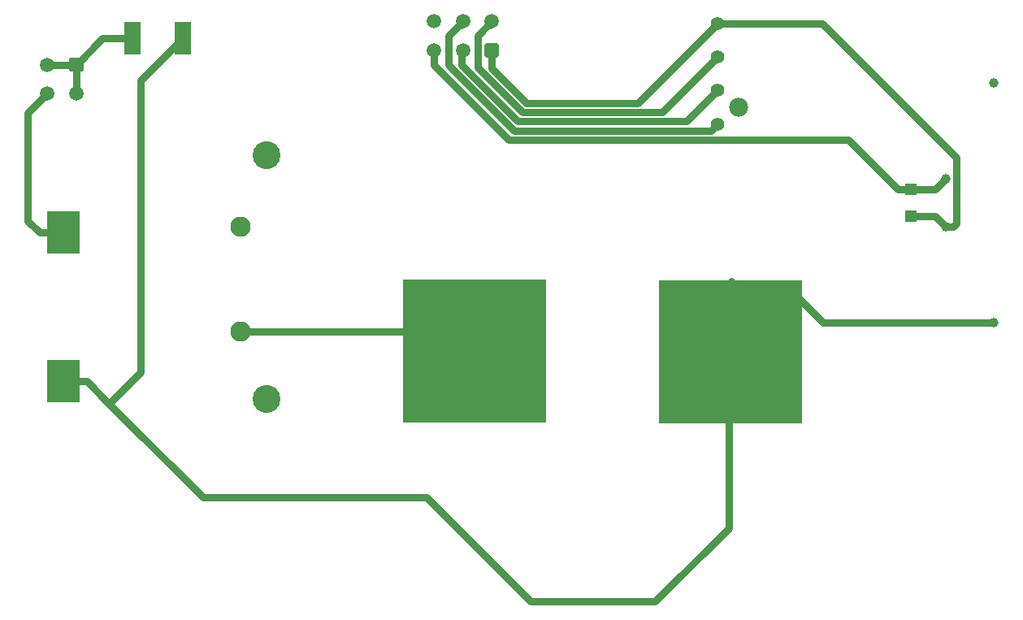
<source format=gbr>
G04 #@! TF.GenerationSoftware,KiCad,Pcbnew,(5.1.4-0-10_14)*
G04 #@! TF.CreationDate,2020-02-02T19:36:20-05:00*
G04 #@! TF.ProjectId,AIR_MOUNT_PLUS,4149525f-4d4f-4554-9e54-5f504c55532e,rev?*
G04 #@! TF.SameCoordinates,Original*
G04 #@! TF.FileFunction,Copper,L1,Top*
G04 #@! TF.FilePolarity,Positive*
%FSLAX46Y46*%
G04 Gerber Fmt 4.6, Leading zero omitted, Abs format (unit mm)*
G04 Created by KiCad (PCBNEW (5.1.4-0-10_14)) date 2020-02-02 19:36:20*
%MOMM*%
%LPD*%
G04 APERTURE LIST*
%ADD10C,1.000000*%
%ADD11R,1.780000X3.500000*%
%ADD12R,3.400000X4.500000*%
%ADD13R,1.200000X1.200000*%
%ADD14C,1.397000*%
%ADD15C,1.981000*%
%ADD16C,2.120000*%
%ADD17C,2.900000*%
%ADD18R,15.000000X15.000000*%
%ADD19C,1.700000*%
%ADD20C,0.100000*%
%ADD21C,1.500000*%
%ADD22C,0.762000*%
G04 APERTURE END LIST*
D10*
X139458700Y-110553500D03*
X139458700Y-85553500D03*
X134458700Y-100553500D03*
X134458700Y-95553500D03*
D11*
X49672900Y-80899000D03*
X54952900Y-80899000D03*
D12*
X42468800Y-116642800D03*
X42468800Y-101142800D03*
D13*
X130835400Y-96644000D03*
X130835400Y-99444000D03*
D14*
X110629700Y-86344700D03*
X110629700Y-89844700D03*
D15*
X112859700Y-88094700D03*
D14*
X110629700Y-82844700D03*
X110629700Y-79344700D03*
D16*
X60947300Y-100571300D03*
X60947300Y-111471300D03*
D17*
X63617300Y-93078300D03*
X63617300Y-118478300D03*
D18*
X85318600Y-113512600D03*
D19*
X89128600Y-119862600D03*
X91668600Y-119862599D03*
X86588600Y-119862600D03*
X84048600Y-119862600D03*
X81508600Y-119862600D03*
X78968601Y-119862600D03*
X89128600Y-107162600D03*
X84048600Y-107162600D03*
X86588600Y-107162600D03*
X78968600Y-107162601D03*
X91668599Y-107162600D03*
X81508600Y-107162600D03*
X108191300Y-107238800D03*
X118351299Y-107238800D03*
X105651300Y-107238801D03*
X113271300Y-107238800D03*
X110731300Y-107238800D03*
X115811300Y-107238800D03*
X105651301Y-119938800D03*
X108191300Y-119938800D03*
X110731300Y-119938800D03*
X113271300Y-119938800D03*
X118351300Y-119938799D03*
X115811300Y-119938800D03*
D18*
X112001300Y-113588800D03*
D20*
G36*
X44352204Y-82918804D02*
G01*
X44376473Y-82922404D01*
X44400271Y-82928365D01*
X44423371Y-82936630D01*
X44445549Y-82947120D01*
X44466593Y-82959733D01*
X44486298Y-82974347D01*
X44504477Y-82990823D01*
X44520953Y-83009002D01*
X44535567Y-83028707D01*
X44548180Y-83049751D01*
X44558670Y-83071929D01*
X44566935Y-83095029D01*
X44572896Y-83118827D01*
X44576496Y-83143096D01*
X44577700Y-83167600D01*
X44577700Y-84167600D01*
X44576496Y-84192104D01*
X44572896Y-84216373D01*
X44566935Y-84240171D01*
X44558670Y-84263271D01*
X44548180Y-84285449D01*
X44535567Y-84306493D01*
X44520953Y-84326198D01*
X44504477Y-84344377D01*
X44486298Y-84360853D01*
X44466593Y-84375467D01*
X44445549Y-84388080D01*
X44423371Y-84398570D01*
X44400271Y-84406835D01*
X44376473Y-84412796D01*
X44352204Y-84416396D01*
X44327700Y-84417600D01*
X43327700Y-84417600D01*
X43303196Y-84416396D01*
X43278927Y-84412796D01*
X43255129Y-84406835D01*
X43232029Y-84398570D01*
X43209851Y-84388080D01*
X43188807Y-84375467D01*
X43169102Y-84360853D01*
X43150923Y-84344377D01*
X43134447Y-84326198D01*
X43119833Y-84306493D01*
X43107220Y-84285449D01*
X43096730Y-84263271D01*
X43088465Y-84240171D01*
X43082504Y-84216373D01*
X43078904Y-84192104D01*
X43077700Y-84167600D01*
X43077700Y-83167600D01*
X43078904Y-83143096D01*
X43082504Y-83118827D01*
X43088465Y-83095029D01*
X43096730Y-83071929D01*
X43107220Y-83049751D01*
X43119833Y-83028707D01*
X43134447Y-83009002D01*
X43150923Y-82990823D01*
X43169102Y-82974347D01*
X43188807Y-82959733D01*
X43209851Y-82947120D01*
X43232029Y-82936630D01*
X43255129Y-82928365D01*
X43278927Y-82922404D01*
X43303196Y-82918804D01*
X43327700Y-82917600D01*
X44327700Y-82917600D01*
X44352204Y-82918804D01*
X44352204Y-82918804D01*
G37*
D21*
X43827700Y-83667600D03*
X43827700Y-86667600D03*
X40827700Y-83667600D03*
X40827700Y-86667600D03*
D20*
G36*
X87636604Y-81423004D02*
G01*
X87660873Y-81426604D01*
X87684671Y-81432565D01*
X87707771Y-81440830D01*
X87729949Y-81451320D01*
X87750993Y-81463933D01*
X87770698Y-81478547D01*
X87788877Y-81495023D01*
X87805353Y-81513202D01*
X87819967Y-81532907D01*
X87832580Y-81553951D01*
X87843070Y-81576129D01*
X87851335Y-81599229D01*
X87857296Y-81623027D01*
X87860896Y-81647296D01*
X87862100Y-81671800D01*
X87862100Y-82671800D01*
X87860896Y-82696304D01*
X87857296Y-82720573D01*
X87851335Y-82744371D01*
X87843070Y-82767471D01*
X87832580Y-82789649D01*
X87819967Y-82810693D01*
X87805353Y-82830398D01*
X87788877Y-82848577D01*
X87770698Y-82865053D01*
X87750993Y-82879667D01*
X87729949Y-82892280D01*
X87707771Y-82902770D01*
X87684671Y-82911035D01*
X87660873Y-82916996D01*
X87636604Y-82920596D01*
X87612100Y-82921800D01*
X86612100Y-82921800D01*
X86587596Y-82920596D01*
X86563327Y-82916996D01*
X86539529Y-82911035D01*
X86516429Y-82902770D01*
X86494251Y-82892280D01*
X86473207Y-82879667D01*
X86453502Y-82865053D01*
X86435323Y-82848577D01*
X86418847Y-82830398D01*
X86404233Y-82810693D01*
X86391620Y-82789649D01*
X86381130Y-82767471D01*
X86372865Y-82744371D01*
X86366904Y-82720573D01*
X86363304Y-82696304D01*
X86362100Y-82671800D01*
X86362100Y-81671800D01*
X86363304Y-81647296D01*
X86366904Y-81623027D01*
X86372865Y-81599229D01*
X86381130Y-81576129D01*
X86391620Y-81553951D01*
X86404233Y-81532907D01*
X86418847Y-81513202D01*
X86435323Y-81495023D01*
X86453502Y-81478547D01*
X86473207Y-81463933D01*
X86494251Y-81451320D01*
X86516429Y-81440830D01*
X86539529Y-81432565D01*
X86563327Y-81426604D01*
X86587596Y-81423004D01*
X86612100Y-81421800D01*
X87612100Y-81421800D01*
X87636604Y-81423004D01*
X87636604Y-81423004D01*
G37*
D21*
X87112100Y-82171800D03*
X84112100Y-82171800D03*
X81112100Y-82171800D03*
X87112100Y-79171800D03*
X84112100Y-79171800D03*
X81112100Y-79171800D03*
D22*
X133368200Y-96644000D02*
X134458700Y-95553500D01*
X130835400Y-96644000D02*
X133368200Y-96644000D01*
X80982300Y-82301600D02*
X80982300Y-82537300D01*
X81112100Y-82171800D02*
X80982300Y-82301600D01*
X130835400Y-96644000D02*
X129473400Y-96644000D01*
X129473400Y-96644000D02*
X124307500Y-91478100D01*
X81112100Y-83727760D02*
X81112100Y-83232460D01*
X124307500Y-91478100D02*
X110351889Y-91478100D01*
X110339245Y-91490744D02*
X88875084Y-91490744D01*
X110351889Y-91478100D02*
X110339245Y-91490744D01*
X88875084Y-91490744D02*
X81112100Y-83727760D01*
X81112100Y-83232460D02*
X81112100Y-82171800D01*
X133349200Y-99444000D02*
X134458700Y-100553500D01*
X130835400Y-99444000D02*
X133349200Y-99444000D01*
X87112100Y-82667100D02*
X86982300Y-82537300D01*
X87112100Y-84038700D02*
X87112100Y-82667100D01*
X90716100Y-87642700D02*
X87112100Y-84038700D01*
X110629700Y-79344700D02*
X102331700Y-87642700D01*
X102331700Y-87642700D02*
X90716100Y-87642700D01*
X111617528Y-79344700D02*
X110629700Y-79344700D01*
X135539701Y-93337601D02*
X121546800Y-79344700D01*
X135539701Y-100179605D02*
X135539701Y-93337601D01*
X135165806Y-100553500D02*
X135539701Y-100179605D01*
X121546800Y-79344700D02*
X111617528Y-79344700D01*
X134458700Y-100553500D02*
X135165806Y-100553500D01*
X40827700Y-83667600D02*
X43827700Y-83667600D01*
X43827700Y-83667600D02*
X43827700Y-86667600D01*
X46596300Y-80899000D02*
X43827700Y-83667600D01*
X49672900Y-80899000D02*
X46596300Y-80899000D01*
X111691729Y-118874184D02*
X111576669Y-118860609D01*
X111848021Y-131928479D02*
X111848021Y-119030476D01*
X111848021Y-119030476D02*
X111691729Y-118874184D01*
X80306647Y-128744447D02*
X91173300Y-139611100D01*
X104165400Y-139611100D02*
X111848021Y-131928479D01*
X57032447Y-128744447D02*
X80306647Y-128744447D01*
X91173300Y-139611100D02*
X104165400Y-139611100D01*
X42468800Y-116642800D02*
X44930800Y-116642800D01*
X112241972Y-108234347D02*
X112357032Y-108247922D01*
X112085680Y-108078055D02*
X112241972Y-108234347D01*
X112085680Y-106250120D02*
X112085680Y-108078055D01*
X121665999Y-110553500D02*
X118351299Y-107238800D01*
X139458700Y-110553500D02*
X121665999Y-110553500D01*
X44930800Y-116642800D02*
X47265500Y-118977500D01*
X47265500Y-118977500D02*
X57032447Y-128744447D01*
X50507900Y-85344000D02*
X54952900Y-80899000D01*
X50507900Y-115735100D02*
X50507900Y-85344000D01*
X47265500Y-118977500D02*
X50507900Y-115735100D01*
X40077701Y-87417599D02*
X40827700Y-86667600D01*
X38806699Y-99942699D02*
X38806699Y-88688601D01*
X38806699Y-88688601D02*
X40077701Y-87417599D01*
X40006800Y-101142800D02*
X38806699Y-99942699D01*
X42468800Y-101142800D02*
X40006800Y-101142800D01*
X80040996Y-111471300D02*
X80800864Y-110711432D01*
X60947300Y-111471300D02*
X80040996Y-111471300D01*
X107407678Y-89566722D02*
X89857233Y-89566722D01*
X110629700Y-86344700D02*
X107407678Y-89566722D01*
X89857233Y-89566722D02*
X83982300Y-83691789D01*
X83982300Y-83691789D02*
X83982300Y-82537300D01*
X84112100Y-79407500D02*
X83982300Y-79537300D01*
X84112100Y-79171800D02*
X84112100Y-79407500D01*
X110624800Y-89844700D02*
X110629700Y-89844700D01*
X109940767Y-90528733D02*
X110624800Y-89844700D01*
X89458756Y-90528733D02*
X109940767Y-90528733D01*
X82651299Y-80632601D02*
X82651299Y-83721276D01*
X84112100Y-79171800D02*
X82651299Y-80632601D01*
X82651299Y-83721276D02*
X89458756Y-90528733D01*
X87112100Y-79171800D02*
X87112100Y-79407500D01*
X87112100Y-79407500D02*
X86982300Y-79537300D01*
X87112100Y-79171800D02*
X85651290Y-80632610D01*
X109931201Y-83543199D02*
X110629700Y-82844700D01*
X104869689Y-88604711D02*
X109931201Y-83543199D01*
X85651290Y-83938379D02*
X90317622Y-88604711D01*
X85651290Y-80632610D02*
X85651290Y-83938379D01*
X90317622Y-88604711D02*
X104869689Y-88604711D01*
M02*

</source>
